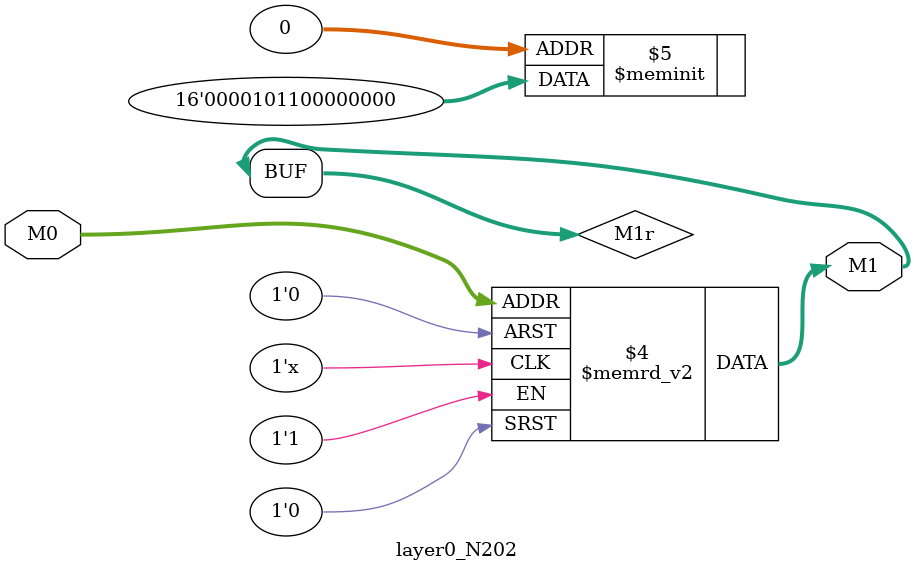
<source format=v>
module layer0_N202 ( input [2:0] M0, output [1:0] M1 );

	(*rom_style = "distributed" *) reg [1:0] M1r;
	assign M1 = M1r;
	always @ (M0) begin
		case (M0)
			3'b000: M1r = 2'b00;
			3'b100: M1r = 2'b11;
			3'b010: M1r = 2'b00;
			3'b110: M1r = 2'b00;
			3'b001: M1r = 2'b00;
			3'b101: M1r = 2'b10;
			3'b011: M1r = 2'b00;
			3'b111: M1r = 2'b00;

		endcase
	end
endmodule

</source>
